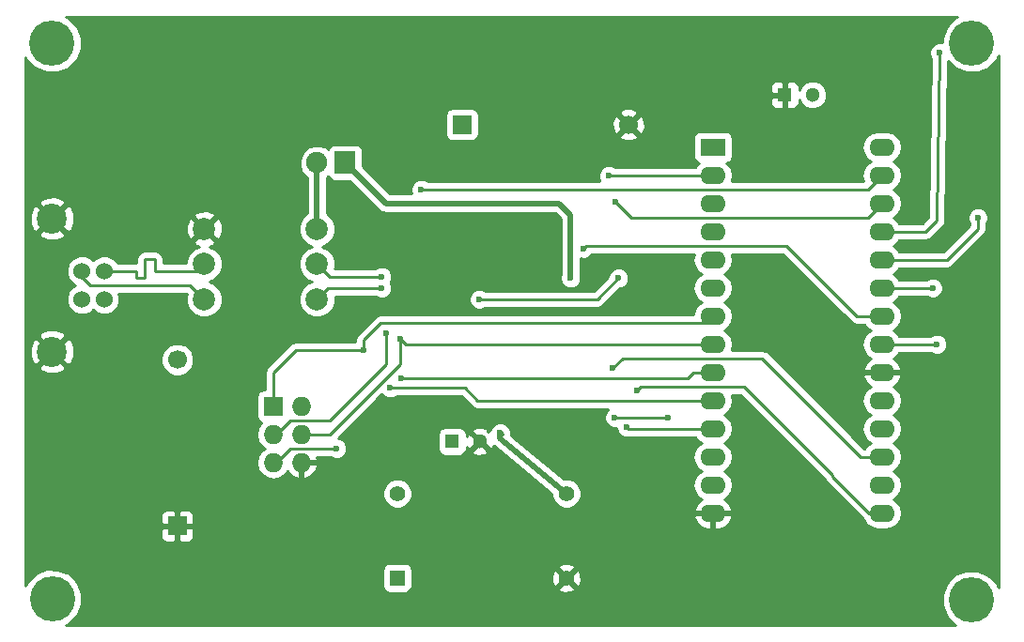
<source format=gbr>
G04 #@! TF.FileFunction,Copper,L2,Bot,Signal*
%FSLAX46Y46*%
G04 Gerber Fmt 4.6, Leading zero omitted, Abs format (unit mm)*
G04 Created by KiCad (PCBNEW (2015-07-24 BZR 5991)-product) date Tuesday, July 28, 2015 'PMt' 09:28:55 PM*
%MOMM*%
G01*
G04 APERTURE LIST*
%ADD10C,0.100000*%
%ADD11C,4.064000*%
%ADD12R,1.900000X2.000000*%
%ADD13C,1.900000*%
%ADD14R,1.727200X1.727200*%
%ADD15O,1.727200X1.727200*%
%ADD16R,2.286000X1.574800*%
%ADD17O,2.286000X1.574800*%
%ADD18R,1.700000X1.700000*%
%ADD19C,1.700000*%
%ADD20R,1.300000X1.300000*%
%ADD21C,1.300000*%
%ADD22C,1.998980*%
%ADD23R,1.397000X1.397000*%
%ADD24C,1.397000*%
%ADD25C,1.524000*%
%ADD26C,2.700020*%
%ADD27C,0.600000*%
%ADD28C,0.500000*%
%ADD29C,0.250000*%
%ADD30C,0.254000*%
G04 APERTURE END LIST*
D10*
D11*
X109575600Y-81026000D03*
X192481200Y-81026000D03*
X192481200Y-131267200D03*
D12*
X136017000Y-91821000D03*
D13*
X133477000Y-91821000D03*
D14*
X129540000Y-113792000D03*
D15*
X132080000Y-113792000D03*
X129540000Y-116332000D03*
X132080000Y-116332000D03*
X129540000Y-118872000D03*
X132080000Y-118872000D03*
D16*
X169164000Y-90424000D03*
D17*
X169164000Y-92964000D03*
X169164000Y-95504000D03*
X169164000Y-98044000D03*
X169164000Y-100584000D03*
X169164000Y-103124000D03*
X169164000Y-105664000D03*
X169164000Y-108204000D03*
X169164000Y-110744000D03*
X169164000Y-113284000D03*
X169164000Y-115824000D03*
X169164000Y-118364000D03*
X169164000Y-120904000D03*
X169164000Y-123444000D03*
X184404000Y-123444000D03*
X184404000Y-120904000D03*
X184404000Y-118364000D03*
X184404000Y-115824000D03*
X184404000Y-113284000D03*
X184404000Y-110744000D03*
X184404000Y-108204000D03*
X184404000Y-105664000D03*
X184404000Y-103124000D03*
X184404000Y-100584000D03*
X184404000Y-98044000D03*
X184404000Y-95504000D03*
X184404000Y-92964000D03*
X184404000Y-90424000D03*
D18*
X120904000Y-124587000D03*
D19*
X120904000Y-109587000D03*
D18*
X146558000Y-88392000D03*
D19*
X161558000Y-88392000D03*
D20*
X145669000Y-116967000D03*
D21*
X148169000Y-116967000D03*
D20*
X175641000Y-85725000D03*
D21*
X178141000Y-85725000D03*
D22*
X133477000Y-104140000D03*
X123317000Y-104140000D03*
X133477000Y-100965000D03*
X123317000Y-100965000D03*
X123317000Y-97790000D03*
X133477000Y-97790000D03*
D23*
X140716000Y-129286000D03*
D24*
X155956000Y-129286000D03*
X155956000Y-121666000D03*
X140716000Y-121666000D03*
D11*
X109626400Y-131165600D03*
D25*
X114300000Y-101600000D03*
X114300000Y-104140000D03*
X112301020Y-104140000D03*
X112301020Y-101600000D03*
D26*
X109601000Y-96870520D03*
X109601000Y-108869480D03*
D27*
X147574000Y-114808000D03*
X141097000Y-103886000D03*
X152019000Y-97028000D03*
X145669000Y-96901000D03*
X156337000Y-102235000D03*
X137668000Y-108712000D03*
X141097000Y-111252000D03*
X139700000Y-107188000D03*
X140970000Y-107696000D03*
X135255000Y-117602000D03*
X139319000Y-103124000D03*
X139319000Y-102108000D03*
X142875000Y-94234000D03*
X140081000Y-112141000D03*
X160655000Y-102235000D03*
X148082000Y-104140000D03*
X149987000Y-116205000D03*
X161417000Y-115697000D03*
X165100000Y-114808000D03*
X160274000Y-114808000D03*
X162306000Y-112395000D03*
X160147000Y-110363000D03*
X157480000Y-99568000D03*
X160401000Y-95377000D03*
X159766000Y-92964000D03*
X188976000Y-103124000D03*
X189357000Y-108204000D03*
X193040000Y-96774000D03*
X189611000Y-81915000D03*
D28*
X156337000Y-96901000D02*
X156337000Y-96520000D01*
X156337000Y-102235000D02*
X156337000Y-96901000D01*
X139700000Y-95504000D02*
X136017000Y-91821000D01*
X155321000Y-95504000D02*
X139700000Y-95504000D01*
X156337000Y-96520000D02*
X155321000Y-95504000D01*
X133477000Y-91821000D02*
X133477000Y-97790000D01*
X133477000Y-91821000D02*
X133477000Y-91955000D01*
D29*
X169037000Y-106299000D02*
X139192000Y-106299000D01*
X137668000Y-107823000D02*
X137668000Y-108712000D01*
X139192000Y-106299000D02*
X137668000Y-107823000D01*
X131572000Y-108712000D02*
X137668000Y-108712000D01*
X129540000Y-113792000D02*
X129540000Y-110744000D01*
X129540000Y-110744000D02*
X131572000Y-108712000D01*
X169164000Y-110744000D02*
X167386000Y-110744000D01*
X166878000Y-111252000D02*
X141097000Y-111252000D01*
X167386000Y-110744000D02*
X166878000Y-111252000D01*
X129540000Y-116332000D02*
X129794000Y-116332000D01*
X129794000Y-116332000D02*
X131064000Y-115062000D01*
X131064000Y-115062000D02*
X134620000Y-115062000D01*
X134620000Y-115062000D02*
X139700000Y-109982000D01*
X139700000Y-109982000D02*
X139700000Y-107188000D01*
X169164000Y-108204000D02*
X141478000Y-108204000D01*
X141478000Y-108204000D02*
X140970000Y-107696000D01*
X140970000Y-109982000D02*
X140970000Y-107696000D01*
X134620000Y-116332000D02*
X140970000Y-109982000D01*
X132080000Y-116332000D02*
X134620000Y-116332000D01*
X131064000Y-117602000D02*
X129794000Y-118872000D01*
X135255000Y-117602000D02*
X131064000Y-117602000D01*
X129540000Y-118872000D02*
X129794000Y-118872000D01*
X114300000Y-101600000D02*
X117221000Y-101600000D01*
X122174000Y-101600000D02*
X122682000Y-101600000D01*
X118872000Y-101600000D02*
X122174000Y-101600000D01*
X118872000Y-100520500D02*
X118872000Y-101600000D01*
X117983000Y-100520500D02*
X118872000Y-100520500D01*
X117983000Y-102235000D02*
X117983000Y-100520500D01*
X117221000Y-102235000D02*
X117983000Y-102235000D01*
X117221000Y-101600000D02*
X117221000Y-102235000D01*
X122682000Y-101600000D02*
X123317000Y-100965000D01*
X113030000Y-102870000D02*
X122047000Y-102870000D01*
X112301020Y-102141020D02*
X113030000Y-102870000D01*
X122047000Y-102870000D02*
X123317000Y-104140000D01*
X112301020Y-101600000D02*
X112301020Y-102141020D01*
X133477000Y-104140000D02*
X134493000Y-103124000D01*
X134493000Y-103124000D02*
X139319000Y-103124000D01*
X133477000Y-100965000D02*
X134620000Y-102108000D01*
X134620000Y-102108000D02*
X139319000Y-102108000D01*
X142875000Y-94234000D02*
X149225000Y-94234000D01*
X149225000Y-94234000D02*
X183134000Y-94234000D01*
X184404000Y-92964000D02*
X183134000Y-94234000D01*
X169164000Y-113284000D02*
X147955000Y-113284000D01*
X146812000Y-112141000D02*
X140081000Y-112141000D01*
X147955000Y-113284000D02*
X146812000Y-112141000D01*
X158750000Y-104140000D02*
X160655000Y-102235000D01*
X148082000Y-104140000D02*
X158496000Y-104140000D01*
X158496000Y-104140000D02*
X158750000Y-104140000D01*
D28*
X149987000Y-116205000D02*
X149987000Y-116713000D01*
X149987000Y-116713000D02*
X155956000Y-121666000D01*
X149987000Y-116205000D02*
X150114000Y-116332000D01*
D29*
X161417000Y-115697000D02*
X161544000Y-115824000D01*
X161544000Y-115824000D02*
X169164000Y-115824000D01*
X160274000Y-114808000D02*
X165100000Y-114808000D01*
X183261000Y-123444000D02*
X184404000Y-123444000D01*
X179959000Y-120142000D02*
X183261000Y-123444000D01*
X179959000Y-120015000D02*
X179959000Y-120142000D01*
X171958000Y-112014000D02*
X179959000Y-120015000D01*
X162687000Y-112014000D02*
X171958000Y-112014000D01*
X162306000Y-112395000D02*
X162687000Y-112014000D01*
X182499000Y-118364000D02*
X184404000Y-118364000D01*
X173609000Y-109474000D02*
X182499000Y-118364000D01*
X161036000Y-109474000D02*
X173609000Y-109474000D01*
X160147000Y-110363000D02*
X161036000Y-109474000D01*
X182118000Y-105664000D02*
X184404000Y-105664000D01*
X175768000Y-99314000D02*
X182118000Y-105664000D01*
X157734000Y-99314000D02*
X175768000Y-99314000D01*
X157480000Y-99568000D02*
X157734000Y-99314000D01*
X183134000Y-96774000D02*
X184404000Y-95504000D01*
X161798000Y-96774000D02*
X183134000Y-96774000D01*
X160401000Y-95377000D02*
X161798000Y-96774000D01*
X159766000Y-92964000D02*
X169164000Y-92964000D01*
X188976000Y-103124000D02*
X184404000Y-103124000D01*
X189357000Y-108204000D02*
X184404000Y-108204000D01*
X193040000Y-97790000D02*
X193040000Y-96774000D01*
X190246000Y-100584000D02*
X193040000Y-97790000D01*
X190246000Y-100584000D02*
X184404000Y-100584000D01*
X184404000Y-98044000D02*
X188341000Y-98044000D01*
X189357000Y-97028000D02*
X189611000Y-81915000D01*
X188341000Y-98044000D02*
X189357000Y-97028000D01*
D30*
G36*
X190972439Y-78763709D02*
X190221545Y-79513293D01*
X189814664Y-80493173D01*
X189814233Y-80986986D01*
X189797799Y-80980162D01*
X189425833Y-80979838D01*
X189082057Y-81121883D01*
X188818808Y-81384673D01*
X188676162Y-81728201D01*
X188675838Y-82100167D01*
X188817883Y-82443943D01*
X188841603Y-82467705D01*
X188602272Y-96707926D01*
X188026198Y-97284000D01*
X185964453Y-97284000D01*
X185800222Y-97038211D01*
X185404801Y-96774000D01*
X185800222Y-96509789D01*
X186108559Y-96048329D01*
X186216833Y-95504000D01*
X186108559Y-94959671D01*
X185800222Y-94498211D01*
X185404801Y-94234000D01*
X185800222Y-93969789D01*
X186108559Y-93508329D01*
X186216833Y-92964000D01*
X186108559Y-92419671D01*
X185800222Y-91958211D01*
X185404801Y-91694000D01*
X185800222Y-91429789D01*
X186108559Y-90968329D01*
X186216833Y-90424000D01*
X186108559Y-89879671D01*
X185800222Y-89418211D01*
X185338762Y-89109874D01*
X184794433Y-89001600D01*
X184013567Y-89001600D01*
X183469238Y-89109874D01*
X183007778Y-89418211D01*
X182699441Y-89879671D01*
X182591167Y-90424000D01*
X182699441Y-90968329D01*
X183007778Y-91429789D01*
X183403199Y-91694000D01*
X183007778Y-91958211D01*
X182699441Y-92419671D01*
X182591167Y-92964000D01*
X182692613Y-93474000D01*
X170875387Y-93474000D01*
X170976833Y-92964000D01*
X170868559Y-92419671D01*
X170560222Y-91958211D01*
X170387986Y-91843127D01*
X170549123Y-91811863D01*
X170761927Y-91672073D01*
X170904377Y-91461040D01*
X170954440Y-91211400D01*
X170954440Y-89636600D01*
X170907463Y-89394477D01*
X170767673Y-89181673D01*
X170556640Y-89039223D01*
X170307000Y-88989160D01*
X168021000Y-88989160D01*
X167778877Y-89036137D01*
X167566073Y-89175927D01*
X167423623Y-89386960D01*
X167373560Y-89636600D01*
X167373560Y-91211400D01*
X167420537Y-91453523D01*
X167560327Y-91666327D01*
X167771360Y-91808777D01*
X167940622Y-91842721D01*
X167767778Y-91958211D01*
X167603547Y-92204000D01*
X160328463Y-92204000D01*
X160296327Y-92171808D01*
X159952799Y-92029162D01*
X159580833Y-92028838D01*
X159237057Y-92170883D01*
X158973808Y-92433673D01*
X158831162Y-92777201D01*
X158830838Y-93149167D01*
X158965056Y-93474000D01*
X143437463Y-93474000D01*
X143405327Y-93441808D01*
X143061799Y-93299162D01*
X142689833Y-93298838D01*
X142346057Y-93440883D01*
X142082808Y-93703673D01*
X141940162Y-94047201D01*
X141939838Y-94419167D01*
X142022407Y-94619000D01*
X140066579Y-94619000D01*
X137614440Y-92166860D01*
X137614440Y-90821000D01*
X137567463Y-90578877D01*
X137427673Y-90366073D01*
X137216640Y-90223623D01*
X136967000Y-90173560D01*
X135067000Y-90173560D01*
X134824877Y-90220537D01*
X134612073Y-90360327D01*
X134469623Y-90571360D01*
X134469538Y-90571784D01*
X134376003Y-90478086D01*
X133793659Y-90236276D01*
X133163107Y-90235725D01*
X132580343Y-90476519D01*
X132134086Y-90921997D01*
X131892276Y-91504341D01*
X131891725Y-92134893D01*
X132132519Y-92717657D01*
X132577997Y-93163914D01*
X132592000Y-93169729D01*
X132592000Y-96387153D01*
X132552345Y-96403538D01*
X132092154Y-96862927D01*
X131842794Y-97463453D01*
X131842226Y-98113694D01*
X132090538Y-98714655D01*
X132549927Y-99174846D01*
X133038432Y-99377691D01*
X132552345Y-99578538D01*
X132092154Y-100037927D01*
X131842794Y-100638453D01*
X131842226Y-101288694D01*
X132090538Y-101889655D01*
X132549927Y-102349846D01*
X133038432Y-102552691D01*
X132552345Y-102753538D01*
X132092154Y-103212927D01*
X131842794Y-103813453D01*
X131842226Y-104463694D01*
X132090538Y-105064655D01*
X132549927Y-105524846D01*
X133150453Y-105774206D01*
X133800694Y-105774774D01*
X134401655Y-105526462D01*
X134861846Y-105067073D01*
X135111206Y-104466547D01*
X135111329Y-104325167D01*
X147146838Y-104325167D01*
X147288883Y-104668943D01*
X147551673Y-104932192D01*
X147895201Y-105074838D01*
X148267167Y-105075162D01*
X148610943Y-104933117D01*
X148644118Y-104900000D01*
X158750000Y-104900000D01*
X159040839Y-104842148D01*
X159287401Y-104677401D01*
X160794680Y-103170122D01*
X160840167Y-103170162D01*
X161183943Y-103028117D01*
X161447192Y-102765327D01*
X161589838Y-102421799D01*
X161590162Y-102049833D01*
X161448117Y-101706057D01*
X161185327Y-101442808D01*
X160841799Y-101300162D01*
X160469833Y-101299838D01*
X160126057Y-101441883D01*
X159862808Y-101704673D01*
X159720162Y-102048201D01*
X159720121Y-102095077D01*
X158435198Y-103380000D01*
X148644463Y-103380000D01*
X148612327Y-103347808D01*
X148268799Y-103205162D01*
X147896833Y-103204838D01*
X147553057Y-103346883D01*
X147289808Y-103609673D01*
X147147162Y-103953201D01*
X147146838Y-104325167D01*
X135111329Y-104325167D01*
X135111715Y-103884000D01*
X138756537Y-103884000D01*
X138788673Y-103916192D01*
X139132201Y-104058838D01*
X139504167Y-104059162D01*
X139847943Y-103917117D01*
X140111192Y-103654327D01*
X140253838Y-103310799D01*
X140254162Y-102938833D01*
X140120617Y-102615629D01*
X140253838Y-102294799D01*
X140254162Y-101922833D01*
X140112117Y-101579057D01*
X139849327Y-101315808D01*
X139505799Y-101173162D01*
X139133833Y-101172838D01*
X138790057Y-101314883D01*
X138756882Y-101348000D01*
X135087765Y-101348000D01*
X135111206Y-101291547D01*
X135111774Y-100641306D01*
X134863462Y-100040345D01*
X134404073Y-99580154D01*
X133915568Y-99377309D01*
X134401655Y-99176462D01*
X134861846Y-98717073D01*
X135111206Y-98116547D01*
X135111774Y-97466306D01*
X134863462Y-96865345D01*
X134404073Y-96405154D01*
X134362000Y-96387684D01*
X134362000Y-93170298D01*
X134373657Y-93165481D01*
X134470362Y-93068945D01*
X134606327Y-93275927D01*
X134817360Y-93418377D01*
X135067000Y-93468440D01*
X136412860Y-93468440D01*
X139074208Y-96129787D01*
X139074210Y-96129790D01*
X139151340Y-96181326D01*
X139361326Y-96321634D01*
X139700000Y-96389001D01*
X139700005Y-96389000D01*
X154954420Y-96389000D01*
X155452000Y-96886579D01*
X155452000Y-101928178D01*
X155402162Y-102048201D01*
X155401838Y-102420167D01*
X155543883Y-102763943D01*
X155806673Y-103027192D01*
X156150201Y-103169838D01*
X156522167Y-103170162D01*
X156865943Y-103028117D01*
X157129192Y-102765327D01*
X157271838Y-102421799D01*
X157272162Y-102049833D01*
X157222000Y-101928431D01*
X157222000Y-100473273D01*
X157293201Y-100502838D01*
X157665167Y-100503162D01*
X158008943Y-100361117D01*
X158272192Y-100098327D01*
X158282294Y-100074000D01*
X167452613Y-100074000D01*
X167351167Y-100584000D01*
X167459441Y-101128329D01*
X167767778Y-101589789D01*
X168163199Y-101854000D01*
X167767778Y-102118211D01*
X167459441Y-102579671D01*
X167351167Y-103124000D01*
X167459441Y-103668329D01*
X167767778Y-104129789D01*
X168163199Y-104394000D01*
X167767778Y-104658211D01*
X167459441Y-105119671D01*
X167376031Y-105539000D01*
X139192000Y-105539000D01*
X138949414Y-105587254D01*
X138901160Y-105596852D01*
X138654599Y-105761599D01*
X137130599Y-107285599D01*
X136965852Y-107532161D01*
X136908000Y-107823000D01*
X136908000Y-107952000D01*
X131572000Y-107952000D01*
X131281161Y-108009852D01*
X131034599Y-108174599D01*
X129002599Y-110206599D01*
X128837852Y-110453161D01*
X128780000Y-110744000D01*
X128780000Y-112280960D01*
X128676400Y-112280960D01*
X128434277Y-112327937D01*
X128221473Y-112467727D01*
X128079023Y-112678760D01*
X128028960Y-112928400D01*
X128028960Y-114655600D01*
X128075937Y-114897723D01*
X128215727Y-115110527D01*
X128426760Y-115252977D01*
X128467660Y-115261179D01*
X128450971Y-115272330D01*
X128126115Y-115758511D01*
X128012041Y-116332000D01*
X128126115Y-116905489D01*
X128450971Y-117391670D01*
X128765752Y-117602000D01*
X128450971Y-117812330D01*
X128126115Y-118298511D01*
X128012041Y-118872000D01*
X128126115Y-119445489D01*
X128450971Y-119931670D01*
X128937152Y-120256526D01*
X129510641Y-120370600D01*
X129569359Y-120370600D01*
X130142848Y-120256526D01*
X130629029Y-119931670D01*
X130809992Y-119660839D01*
X131191510Y-120078821D01*
X131720973Y-120326968D01*
X131953000Y-120206469D01*
X131953000Y-118999000D01*
X132207000Y-118999000D01*
X132207000Y-120206469D01*
X132439027Y-120326968D01*
X132968490Y-120078821D01*
X133362688Y-119646947D01*
X133534958Y-119231026D01*
X133413817Y-118999000D01*
X132207000Y-118999000D01*
X131953000Y-118999000D01*
X131953000Y-118999000D01*
X131933000Y-118999000D01*
X131933000Y-118745000D01*
X131953000Y-118745000D01*
X131953000Y-118725000D01*
X132207000Y-118725000D01*
X132207000Y-118745000D01*
X133413817Y-118745000D01*
X133534958Y-118512974D01*
X133472426Y-118362000D01*
X134692537Y-118362000D01*
X134724673Y-118394192D01*
X135068201Y-118536838D01*
X135440167Y-118537162D01*
X135783943Y-118395117D01*
X136047192Y-118132327D01*
X136189838Y-117788799D01*
X136190162Y-117416833D01*
X136048117Y-117073057D01*
X135785327Y-116809808D01*
X135441799Y-116667162D01*
X135359712Y-116667090D01*
X135709802Y-116317000D01*
X144371560Y-116317000D01*
X144371560Y-117617000D01*
X144418537Y-117859123D01*
X144558327Y-118071927D01*
X144769360Y-118214377D01*
X145019000Y-118264440D01*
X146319000Y-118264440D01*
X146561123Y-118217463D01*
X146773927Y-118077673D01*
X146916377Y-117866640D01*
X146916502Y-117866016D01*
X147449590Y-117866016D01*
X147505271Y-118096611D01*
X147988078Y-118264622D01*
X148498428Y-118235083D01*
X148832729Y-118096611D01*
X148888410Y-117866016D01*
X148169000Y-117146605D01*
X147449590Y-117866016D01*
X146916502Y-117866016D01*
X146966440Y-117617000D01*
X146966440Y-117454615D01*
X147039389Y-117630729D01*
X147269984Y-117686410D01*
X147989395Y-116967000D01*
X147269984Y-116247590D01*
X147039389Y-116303271D01*
X146966440Y-116512902D01*
X146966440Y-116317000D01*
X146919463Y-116074877D01*
X146914936Y-116067984D01*
X147449590Y-116067984D01*
X148169000Y-116787395D01*
X148183142Y-116773252D01*
X148362748Y-116952858D01*
X148348605Y-116967000D01*
X149068016Y-117686410D01*
X149298611Y-117630729D01*
X149392846Y-117359929D01*
X149395714Y-117361845D01*
X149421863Y-117394062D01*
X154622462Y-121709452D01*
X154622269Y-121930086D01*
X154824854Y-122420380D01*
X155199647Y-122795827D01*
X155689587Y-122999268D01*
X156220086Y-122999731D01*
X156710380Y-122797146D01*
X157085827Y-122422353D01*
X157289268Y-121932413D01*
X157289731Y-121401914D01*
X157087146Y-120911620D01*
X156712353Y-120536173D01*
X156222413Y-120332732D01*
X155734631Y-120332306D01*
X150986923Y-116392718D01*
X150999001Y-116332000D01*
X150931633Y-115993325D01*
X150878114Y-115913228D01*
X150780117Y-115676057D01*
X150517327Y-115412808D01*
X150173799Y-115270162D01*
X149801833Y-115269838D01*
X149458057Y-115411883D01*
X149194808Y-115674673D01*
X149057263Y-116005915D01*
X149003870Y-115952522D01*
X148888410Y-116067982D01*
X148832729Y-115837389D01*
X148349922Y-115669378D01*
X147839572Y-115698917D01*
X147505271Y-115837389D01*
X147449590Y-116067984D01*
X146914936Y-116067984D01*
X146779673Y-115862073D01*
X146568640Y-115719623D01*
X146319000Y-115669560D01*
X145019000Y-115669560D01*
X144776877Y-115716537D01*
X144564073Y-115856327D01*
X144421623Y-116067360D01*
X144371560Y-116317000D01*
X135709802Y-116317000D01*
X139322341Y-112704461D01*
X139550673Y-112933192D01*
X139894201Y-113075838D01*
X140266167Y-113076162D01*
X140609943Y-112934117D01*
X140643118Y-112901000D01*
X146497198Y-112901000D01*
X147417599Y-113821401D01*
X147664161Y-113986148D01*
X147955000Y-114044000D01*
X159715889Y-114044000D01*
X159481808Y-114277673D01*
X159339162Y-114621201D01*
X159338838Y-114993167D01*
X159480883Y-115336943D01*
X159743673Y-115600192D01*
X160087201Y-115742838D01*
X160459167Y-115743162D01*
X160481967Y-115733741D01*
X160481838Y-115882167D01*
X160623883Y-116225943D01*
X160886673Y-116489192D01*
X161230201Y-116631838D01*
X161602167Y-116632162D01*
X161718728Y-116584000D01*
X167603547Y-116584000D01*
X167767778Y-116829789D01*
X168163199Y-117094000D01*
X167767778Y-117358211D01*
X167459441Y-117819671D01*
X167351167Y-118364000D01*
X167459441Y-118908329D01*
X167767778Y-119369789D01*
X168163199Y-119634000D01*
X167767778Y-119898211D01*
X167459441Y-120359671D01*
X167351167Y-120904000D01*
X167459441Y-121448329D01*
X167767778Y-121909789D01*
X168162830Y-122173754D01*
X168146738Y-122178475D01*
X167712809Y-122528014D01*
X167445673Y-123017004D01*
X167428990Y-123096940D01*
X167551148Y-123317000D01*
X169037000Y-123317000D01*
X169037000Y-123297000D01*
X169291000Y-123297000D01*
X169291000Y-123317000D01*
X170776852Y-123317000D01*
X170899010Y-123096940D01*
X170882327Y-123017004D01*
X170615191Y-122528014D01*
X170181262Y-122178475D01*
X170165170Y-122173754D01*
X170560222Y-121909789D01*
X170868559Y-121448329D01*
X170976833Y-120904000D01*
X170868559Y-120359671D01*
X170560222Y-119898211D01*
X170164801Y-119634000D01*
X170560222Y-119369789D01*
X170868559Y-118908329D01*
X170976833Y-118364000D01*
X170868559Y-117819671D01*
X170560222Y-117358211D01*
X170164801Y-117094000D01*
X170560222Y-116829789D01*
X170868559Y-116368329D01*
X170976833Y-115824000D01*
X170868559Y-115279671D01*
X170560222Y-114818211D01*
X170164801Y-114554000D01*
X170560222Y-114289789D01*
X170868559Y-113828329D01*
X170976833Y-113284000D01*
X170875387Y-112774000D01*
X171643198Y-112774000D01*
X179245632Y-120376434D01*
X179256852Y-120432839D01*
X179421599Y-120679401D01*
X182691722Y-123949524D01*
X182699441Y-123988329D01*
X183007778Y-124449789D01*
X183469238Y-124758126D01*
X184013567Y-124866400D01*
X184794433Y-124866400D01*
X185338762Y-124758126D01*
X185800222Y-124449789D01*
X186108559Y-123988329D01*
X186216833Y-123444000D01*
X186108559Y-122899671D01*
X185800222Y-122438211D01*
X185404801Y-122174000D01*
X185800222Y-121909789D01*
X186108559Y-121448329D01*
X186216833Y-120904000D01*
X186108559Y-120359671D01*
X185800222Y-119898211D01*
X185404801Y-119634000D01*
X185800222Y-119369789D01*
X186108559Y-118908329D01*
X186216833Y-118364000D01*
X186108559Y-117819671D01*
X185800222Y-117358211D01*
X185404801Y-117094000D01*
X185800222Y-116829789D01*
X186108559Y-116368329D01*
X186216833Y-115824000D01*
X186108559Y-115279671D01*
X185800222Y-114818211D01*
X185404801Y-114554000D01*
X185800222Y-114289789D01*
X186108559Y-113828329D01*
X186216833Y-113284000D01*
X186108559Y-112739671D01*
X185800222Y-112278211D01*
X185405170Y-112014246D01*
X185421262Y-112009525D01*
X185855191Y-111659986D01*
X186122327Y-111170996D01*
X186139010Y-111091060D01*
X186016852Y-110871000D01*
X184531000Y-110871000D01*
X184531000Y-110891000D01*
X184277000Y-110891000D01*
X184277000Y-110871000D01*
X182791148Y-110871000D01*
X182668990Y-111091060D01*
X182685673Y-111170996D01*
X182952809Y-111659986D01*
X183386738Y-112009525D01*
X183402830Y-112014246D01*
X183007778Y-112278211D01*
X182699441Y-112739671D01*
X182591167Y-113284000D01*
X182699441Y-113828329D01*
X183007778Y-114289789D01*
X183403199Y-114554000D01*
X183007778Y-114818211D01*
X182699441Y-115279671D01*
X182591167Y-115824000D01*
X182699441Y-116368329D01*
X183007778Y-116829789D01*
X183403199Y-117094000D01*
X183007778Y-117358211D01*
X182843547Y-117604000D01*
X182813802Y-117604000D01*
X174146401Y-108936599D01*
X173899839Y-108771852D01*
X173609000Y-108714000D01*
X170875387Y-108714000D01*
X170976833Y-108204000D01*
X170868559Y-107659671D01*
X170560222Y-107198211D01*
X170164801Y-106934000D01*
X170560222Y-106669789D01*
X170868559Y-106208329D01*
X170976833Y-105664000D01*
X170868559Y-105119671D01*
X170560222Y-104658211D01*
X170164801Y-104394000D01*
X170560222Y-104129789D01*
X170868559Y-103668329D01*
X170976833Y-103124000D01*
X170868559Y-102579671D01*
X170560222Y-102118211D01*
X170164801Y-101854000D01*
X170560222Y-101589789D01*
X170868559Y-101128329D01*
X170976833Y-100584000D01*
X170875387Y-100074000D01*
X175453198Y-100074000D01*
X181580599Y-106201401D01*
X181827161Y-106366148D01*
X182118000Y-106424000D01*
X182843547Y-106424000D01*
X183007778Y-106669789D01*
X183403199Y-106934000D01*
X183007778Y-107198211D01*
X182699441Y-107659671D01*
X182591167Y-108204000D01*
X182699441Y-108748329D01*
X183007778Y-109209789D01*
X183402830Y-109473754D01*
X183386738Y-109478475D01*
X182952809Y-109828014D01*
X182685673Y-110317004D01*
X182668990Y-110396940D01*
X182791148Y-110617000D01*
X184277000Y-110617000D01*
X184277000Y-110597000D01*
X184531000Y-110597000D01*
X184531000Y-110617000D01*
X186016852Y-110617000D01*
X186139010Y-110396940D01*
X186122327Y-110317004D01*
X185855191Y-109828014D01*
X185421262Y-109478475D01*
X185405170Y-109473754D01*
X185800222Y-109209789D01*
X185964453Y-108964000D01*
X188794537Y-108964000D01*
X188826673Y-108996192D01*
X189170201Y-109138838D01*
X189542167Y-109139162D01*
X189885943Y-108997117D01*
X190149192Y-108734327D01*
X190291838Y-108390799D01*
X190292162Y-108018833D01*
X190150117Y-107675057D01*
X189887327Y-107411808D01*
X189543799Y-107269162D01*
X189171833Y-107268838D01*
X188828057Y-107410883D01*
X188794882Y-107444000D01*
X185964453Y-107444000D01*
X185800222Y-107198211D01*
X185404801Y-106934000D01*
X185800222Y-106669789D01*
X186108559Y-106208329D01*
X186216833Y-105664000D01*
X186108559Y-105119671D01*
X185800222Y-104658211D01*
X185404801Y-104394000D01*
X185800222Y-104129789D01*
X185964453Y-103884000D01*
X188413537Y-103884000D01*
X188445673Y-103916192D01*
X188789201Y-104058838D01*
X189161167Y-104059162D01*
X189504943Y-103917117D01*
X189768192Y-103654327D01*
X189910838Y-103310799D01*
X189911162Y-102938833D01*
X189769117Y-102595057D01*
X189506327Y-102331808D01*
X189162799Y-102189162D01*
X188790833Y-102188838D01*
X188447057Y-102330883D01*
X188413882Y-102364000D01*
X185964453Y-102364000D01*
X185800222Y-102118211D01*
X185404801Y-101854000D01*
X185800222Y-101589789D01*
X185964453Y-101344000D01*
X190246000Y-101344000D01*
X190536839Y-101286148D01*
X190783401Y-101121401D01*
X193577401Y-98327401D01*
X193742148Y-98080839D01*
X193800000Y-97790000D01*
X193800000Y-97336463D01*
X193832192Y-97304327D01*
X193974838Y-96960799D01*
X193975162Y-96588833D01*
X193833117Y-96245057D01*
X193570327Y-95981808D01*
X193226799Y-95839162D01*
X192854833Y-95838838D01*
X192511057Y-95980883D01*
X192247808Y-96243673D01*
X192105162Y-96587201D01*
X192104838Y-96959167D01*
X192246883Y-97302943D01*
X192280000Y-97336118D01*
X192280000Y-97475198D01*
X189931198Y-99824000D01*
X185964453Y-99824000D01*
X185800222Y-99578211D01*
X185404801Y-99314000D01*
X185800222Y-99049789D01*
X185964453Y-98804000D01*
X188341000Y-98804000D01*
X188631839Y-98746148D01*
X188878401Y-98581401D01*
X189894401Y-97565401D01*
X189973307Y-97447310D01*
X190054161Y-97330597D01*
X190055536Y-97324245D01*
X190059148Y-97318839D01*
X190086853Y-97179557D01*
X190116893Y-97040771D01*
X190358344Y-82674440D01*
X190968493Y-83285655D01*
X191948373Y-83692536D01*
X193009372Y-83693462D01*
X193989961Y-83288291D01*
X194740855Y-82538707D01*
X194895000Y-82167484D01*
X194895000Y-130125119D01*
X194743491Y-129758439D01*
X193993907Y-129007545D01*
X193014027Y-128600664D01*
X191953028Y-128599738D01*
X190972439Y-129004909D01*
X190221545Y-129754493D01*
X189814664Y-130734373D01*
X189813738Y-131795372D01*
X190218909Y-132775961D01*
X190968493Y-133526855D01*
X191033866Y-133554000D01*
X110829954Y-133554000D01*
X111135161Y-133427891D01*
X111886055Y-132678307D01*
X112292936Y-131698427D01*
X112293862Y-130637428D01*
X111888691Y-129656839D01*
X111139107Y-128905945D01*
X110372205Y-128587500D01*
X139370060Y-128587500D01*
X139370060Y-129984500D01*
X139417037Y-130226623D01*
X139556827Y-130439427D01*
X139767860Y-130581877D01*
X140017500Y-130631940D01*
X141414500Y-130631940D01*
X141656623Y-130584963D01*
X141869427Y-130445173D01*
X142011877Y-130234140D01*
X142014674Y-130220188D01*
X155201417Y-130220188D01*
X155263071Y-130455800D01*
X155763480Y-130631927D01*
X156293199Y-130603148D01*
X156648929Y-130455800D01*
X156710583Y-130220188D01*
X155956000Y-129465605D01*
X155201417Y-130220188D01*
X142014674Y-130220188D01*
X142061940Y-129984500D01*
X142061940Y-129093480D01*
X154610073Y-129093480D01*
X154638852Y-129623199D01*
X154786200Y-129978929D01*
X155021812Y-130040583D01*
X155776395Y-129286000D01*
X156135605Y-129286000D01*
X156890188Y-130040583D01*
X157125800Y-129978929D01*
X157301927Y-129478520D01*
X157273148Y-128948801D01*
X157125800Y-128593071D01*
X156890188Y-128531417D01*
X156135605Y-129286000D01*
X155776395Y-129286000D01*
X155776395Y-129286000D01*
X155021812Y-128531417D01*
X154786200Y-128593071D01*
X154610073Y-129093480D01*
X142061940Y-129093480D01*
X142061940Y-128587500D01*
X142016212Y-128351812D01*
X155201417Y-128351812D01*
X155956000Y-129106395D01*
X156710583Y-128351812D01*
X156648929Y-128116200D01*
X156148520Y-127940073D01*
X155618801Y-127968852D01*
X155263071Y-128116200D01*
X155201417Y-128351812D01*
X142016212Y-128351812D01*
X142014963Y-128345377D01*
X141875173Y-128132573D01*
X141664140Y-127990123D01*
X141414500Y-127940060D01*
X140017500Y-127940060D01*
X139775377Y-127987037D01*
X139562573Y-128126827D01*
X139420123Y-128337860D01*
X139370060Y-128587500D01*
X110372205Y-128587500D01*
X110159227Y-128499064D01*
X109098228Y-128498138D01*
X108117639Y-128903309D01*
X107366745Y-129652893D01*
X107238000Y-129962946D01*
X107238000Y-124872750D01*
X119419000Y-124872750D01*
X119419000Y-125563309D01*
X119515673Y-125796698D01*
X119694301Y-125975327D01*
X119927690Y-126072000D01*
X120618250Y-126072000D01*
X120777000Y-125913250D01*
X120777000Y-124714000D01*
X121031000Y-124714000D01*
X121031000Y-125913250D01*
X121189750Y-126072000D01*
X121880310Y-126072000D01*
X122113699Y-125975327D01*
X122292327Y-125796698D01*
X122389000Y-125563309D01*
X122389000Y-124872750D01*
X122230250Y-124714000D01*
X121031000Y-124714000D01*
X120777000Y-124714000D01*
X120777000Y-124714000D01*
X119577750Y-124714000D01*
X119419000Y-124872750D01*
X107238000Y-124872750D01*
X107238000Y-123610691D01*
X119419000Y-123610691D01*
X119419000Y-124301250D01*
X119577750Y-124460000D01*
X120777000Y-124460000D01*
X120777000Y-123260750D01*
X121031000Y-123260750D01*
X121031000Y-124460000D01*
X122230250Y-124460000D01*
X122389000Y-124301250D01*
X122389000Y-123791060D01*
X167428990Y-123791060D01*
X167445673Y-123870996D01*
X167712809Y-124359986D01*
X168146738Y-124709525D01*
X168681400Y-124866400D01*
X169037000Y-124866400D01*
X169037000Y-123571000D01*
X169291000Y-123571000D01*
X169291000Y-124866400D01*
X169646600Y-124866400D01*
X170181262Y-124709525D01*
X170615191Y-124359986D01*
X170882327Y-123870996D01*
X170899010Y-123791060D01*
X170776852Y-123571000D01*
X169291000Y-123571000D01*
X169037000Y-123571000D01*
X169037000Y-123571000D01*
X167551148Y-123571000D01*
X167428990Y-123791060D01*
X122389000Y-123791060D01*
X122389000Y-123610691D01*
X122292327Y-123377302D01*
X122113699Y-123198673D01*
X121880310Y-123102000D01*
X121189750Y-123102000D01*
X121031000Y-123260750D01*
X120777000Y-123260750D01*
X120777000Y-123260750D01*
X120618250Y-123102000D01*
X119927690Y-123102000D01*
X119694301Y-123198673D01*
X119515673Y-123377302D01*
X119419000Y-123610691D01*
X107238000Y-123610691D01*
X107238000Y-121930086D01*
X139382269Y-121930086D01*
X139584854Y-122420380D01*
X139959647Y-122795827D01*
X140449587Y-122999268D01*
X140980086Y-122999731D01*
X141470380Y-122797146D01*
X141845827Y-122422353D01*
X142049268Y-121932413D01*
X142049731Y-121401914D01*
X141847146Y-120911620D01*
X141472353Y-120536173D01*
X140982413Y-120332732D01*
X140451914Y-120332269D01*
X139961620Y-120534854D01*
X139586173Y-120909647D01*
X139382732Y-121399587D01*
X139382269Y-121930086D01*
X107238000Y-121930086D01*
X107238000Y-110275081D01*
X108375004Y-110275081D01*
X108516472Y-110578270D01*
X109252952Y-110863227D01*
X110042420Y-110844654D01*
X110685528Y-110578270D01*
X110826996Y-110275081D01*
X109601000Y-109049085D01*
X108375004Y-110275081D01*
X107238000Y-110275081D01*
X107238000Y-108521432D01*
X107607253Y-108521432D01*
X107625826Y-109310900D01*
X107892210Y-109954008D01*
X108195399Y-110095476D01*
X109421395Y-108869480D01*
X109780605Y-108869480D01*
X111006601Y-110095476D01*
X111309790Y-109954008D01*
X111338003Y-109881089D01*
X119418743Y-109881089D01*
X119644344Y-110427086D01*
X120061717Y-110845188D01*
X120607319Y-111071742D01*
X121198089Y-111072257D01*
X121744086Y-110846656D01*
X122162188Y-110429283D01*
X122388742Y-109883681D01*
X122389257Y-109292911D01*
X122163656Y-108746914D01*
X121746283Y-108328812D01*
X121200681Y-108102258D01*
X120609911Y-108101743D01*
X120063914Y-108327344D01*
X119645812Y-108744717D01*
X119419258Y-109290319D01*
X119418743Y-109881089D01*
X111338003Y-109881089D01*
X111594747Y-109217528D01*
X111576174Y-108428060D01*
X111309790Y-107784952D01*
X111006601Y-107643484D01*
X109780605Y-108869480D01*
X109421395Y-108869480D01*
X109421395Y-108869480D01*
X108195399Y-107643484D01*
X107892210Y-107784952D01*
X107607253Y-108521432D01*
X107238000Y-108521432D01*
X107238000Y-107463879D01*
X108375004Y-107463879D01*
X109601000Y-108689875D01*
X110826996Y-107463879D01*
X110685528Y-107160690D01*
X109949048Y-106875733D01*
X109159580Y-106894306D01*
X108516472Y-107160690D01*
X108375004Y-107463879D01*
X107238000Y-107463879D01*
X107238000Y-101876661D01*
X110903778Y-101876661D01*
X111116010Y-102390303D01*
X111508650Y-102783629D01*
X111716532Y-102869949D01*
X111510717Y-102954990D01*
X111117391Y-103347630D01*
X110904263Y-103860900D01*
X110903778Y-104416661D01*
X111116010Y-104930303D01*
X111508650Y-105323629D01*
X112021920Y-105536757D01*
X112577681Y-105537242D01*
X113091323Y-105325010D01*
X113300530Y-105116168D01*
X113507630Y-105323629D01*
X114020900Y-105536757D01*
X114576661Y-105537242D01*
X115090303Y-105325010D01*
X115483629Y-104932370D01*
X115696757Y-104419100D01*
X115697242Y-103863339D01*
X115600829Y-103630000D01*
X121732198Y-103630000D01*
X121751115Y-103648917D01*
X121682794Y-103813453D01*
X121682226Y-104463694D01*
X121930538Y-105064655D01*
X122389927Y-105524846D01*
X122990453Y-105774206D01*
X123640694Y-105774774D01*
X124241655Y-105526462D01*
X124701846Y-105067073D01*
X124951206Y-104466547D01*
X124951774Y-103816306D01*
X124703462Y-103215345D01*
X124244073Y-102755154D01*
X123755568Y-102552309D01*
X124241655Y-102351462D01*
X124701846Y-101892073D01*
X124951206Y-101291547D01*
X124951774Y-100641306D01*
X124703462Y-100040345D01*
X124244073Y-99580154D01*
X123770035Y-99383316D01*
X124190958Y-99208965D01*
X124289557Y-98942163D01*
X123317000Y-97969605D01*
X122344443Y-98942163D01*
X122443042Y-99208965D01*
X122887333Y-99374013D01*
X122392345Y-99578538D01*
X121932154Y-100037927D01*
X121682794Y-100638453D01*
X121682618Y-100840000D01*
X119632000Y-100840000D01*
X119632000Y-100520500D01*
X119574148Y-100229661D01*
X119409401Y-99983099D01*
X119162839Y-99818352D01*
X118872000Y-99760500D01*
X117983000Y-99760500D01*
X117692161Y-99818352D01*
X117445599Y-99983099D01*
X117280852Y-100229661D01*
X117223000Y-100520500D01*
X117223000Y-100840398D01*
X117221000Y-100840000D01*
X115497531Y-100840000D01*
X115485010Y-100809697D01*
X115092370Y-100416371D01*
X114579100Y-100203243D01*
X114023339Y-100202758D01*
X113509697Y-100414990D01*
X113300490Y-100623832D01*
X113093390Y-100416371D01*
X112580120Y-100203243D01*
X112024359Y-100202758D01*
X111510717Y-100414990D01*
X111117391Y-100807630D01*
X110904263Y-101320900D01*
X110903778Y-101876661D01*
X107238000Y-101876661D01*
X107238000Y-98276121D01*
X108375004Y-98276121D01*
X108516472Y-98579310D01*
X109252952Y-98864267D01*
X110042420Y-98845694D01*
X110685528Y-98579310D01*
X110826996Y-98276121D01*
X109601000Y-97050125D01*
X108375004Y-98276121D01*
X107238000Y-98276121D01*
X107238000Y-96522472D01*
X107607253Y-96522472D01*
X107625826Y-97311940D01*
X107892210Y-97955048D01*
X108195399Y-98096516D01*
X109421395Y-96870520D01*
X109780605Y-96870520D01*
X111006601Y-98096516D01*
X111309790Y-97955048D01*
X111475957Y-97525582D01*
X121671599Y-97525582D01*
X121695659Y-98175377D01*
X121898035Y-98663958D01*
X122164837Y-98762557D01*
X123137395Y-97790000D01*
X123496605Y-97790000D01*
X124469163Y-98762557D01*
X124735965Y-98663958D01*
X124962401Y-98054418D01*
X124938341Y-97404623D01*
X124735965Y-96916042D01*
X124469163Y-96817443D01*
X123496605Y-97790000D01*
X123137395Y-97790000D01*
X123137395Y-97790000D01*
X122164837Y-96817443D01*
X121898035Y-96916042D01*
X121671599Y-97525582D01*
X111475957Y-97525582D01*
X111594747Y-97218568D01*
X111581085Y-96637837D01*
X122344443Y-96637837D01*
X123317000Y-97610395D01*
X124289557Y-96637837D01*
X124190958Y-96371035D01*
X123581418Y-96144599D01*
X122931623Y-96168659D01*
X122443042Y-96371035D01*
X122344443Y-96637837D01*
X111581085Y-96637837D01*
X111576174Y-96429100D01*
X111309790Y-95785992D01*
X111006601Y-95644524D01*
X109780605Y-96870520D01*
X109421395Y-96870520D01*
X109421395Y-96870520D01*
X108195399Y-95644524D01*
X107892210Y-95785992D01*
X107607253Y-96522472D01*
X107238000Y-96522472D01*
X107238000Y-95464919D01*
X108375004Y-95464919D01*
X109601000Y-96690915D01*
X110826996Y-95464919D01*
X110685528Y-95161730D01*
X109949048Y-94876773D01*
X109159580Y-94895346D01*
X108516472Y-95161730D01*
X108375004Y-95464919D01*
X107238000Y-95464919D01*
X107238000Y-87542000D01*
X145060560Y-87542000D01*
X145060560Y-89242000D01*
X145107537Y-89484123D01*
X145247327Y-89696927D01*
X145458360Y-89839377D01*
X145708000Y-89889440D01*
X147408000Y-89889440D01*
X147650123Y-89842463D01*
X147862927Y-89702673D01*
X148005377Y-89491640D01*
X148016543Y-89435958D01*
X160693647Y-89435958D01*
X160773920Y-89687259D01*
X161329279Y-89888718D01*
X161919458Y-89862315D01*
X162342080Y-89687259D01*
X162422353Y-89435958D01*
X161558000Y-88571605D01*
X160693647Y-89435958D01*
X148016543Y-89435958D01*
X148055440Y-89242000D01*
X148055440Y-88163279D01*
X160061282Y-88163279D01*
X160087685Y-88753458D01*
X160262741Y-89176080D01*
X160514042Y-89256353D01*
X161378395Y-88392000D01*
X161737605Y-88392000D01*
X162601958Y-89256353D01*
X162853259Y-89176080D01*
X163054718Y-88620721D01*
X163028315Y-88030542D01*
X162853259Y-87607920D01*
X162601958Y-87527647D01*
X161737605Y-88392000D01*
X161378395Y-88392000D01*
X161378395Y-88392000D01*
X160514042Y-87527647D01*
X160262741Y-87607920D01*
X160061282Y-88163279D01*
X148055440Y-88163279D01*
X148055440Y-87542000D01*
X148017809Y-87348042D01*
X160693647Y-87348042D01*
X161558000Y-88212395D01*
X162422353Y-87348042D01*
X162342080Y-87096741D01*
X161786721Y-86895282D01*
X161196542Y-86921685D01*
X160773920Y-87096741D01*
X160693647Y-87348042D01*
X148017809Y-87348042D01*
X148008463Y-87299877D01*
X147868673Y-87087073D01*
X147657640Y-86944623D01*
X147408000Y-86894560D01*
X145708000Y-86894560D01*
X145465877Y-86941537D01*
X145253073Y-87081327D01*
X145110623Y-87292360D01*
X145060560Y-87542000D01*
X107238000Y-87542000D01*
X107238000Y-86010750D01*
X174356000Y-86010750D01*
X174356000Y-86501310D01*
X174452673Y-86734699D01*
X174631302Y-86913327D01*
X174864691Y-87010000D01*
X175355250Y-87010000D01*
X175514000Y-86851250D01*
X175514000Y-85852000D01*
X174514750Y-85852000D01*
X174356000Y-86010750D01*
X107238000Y-86010750D01*
X107238000Y-84948690D01*
X174356000Y-84948690D01*
X174356000Y-85439250D01*
X174514750Y-85598000D01*
X175514000Y-85598000D01*
X175514000Y-84598750D01*
X175768000Y-84598750D01*
X175768000Y-85598000D01*
X175788000Y-85598000D01*
X175788000Y-85852000D01*
X175768000Y-85852000D01*
X175768000Y-86851250D01*
X175926750Y-87010000D01*
X176417309Y-87010000D01*
X176650698Y-86913327D01*
X176829327Y-86734699D01*
X176926000Y-86501310D01*
X176926000Y-86149433D01*
X177050995Y-86451943D01*
X177412155Y-86813735D01*
X177884276Y-87009777D01*
X178395481Y-87010223D01*
X178867943Y-86815005D01*
X179229735Y-86453845D01*
X179425777Y-85981724D01*
X179426223Y-85470519D01*
X179231005Y-84998057D01*
X178869845Y-84636265D01*
X178397724Y-84440223D01*
X177886519Y-84439777D01*
X177414057Y-84634995D01*
X177052265Y-84996155D01*
X176926000Y-85300235D01*
X176926000Y-84948690D01*
X176829327Y-84715301D01*
X176650698Y-84536673D01*
X176417309Y-84440000D01*
X175926750Y-84440000D01*
X175768000Y-84598750D01*
X175514000Y-84598750D01*
X175514000Y-84598750D01*
X175355250Y-84440000D01*
X174864691Y-84440000D01*
X174631302Y-84536673D01*
X174452673Y-84715301D01*
X174356000Y-84948690D01*
X107238000Y-84948690D01*
X107238000Y-82352499D01*
X107313309Y-82534761D01*
X108062893Y-83285655D01*
X109042773Y-83692536D01*
X110103772Y-83693462D01*
X111084361Y-83288291D01*
X111835255Y-82538707D01*
X112242136Y-81558827D01*
X112243062Y-80497828D01*
X111837891Y-79517239D01*
X111088307Y-78766345D01*
X110839424Y-78663000D01*
X191216173Y-78663000D01*
X190972439Y-78763709D01*
X190972439Y-78763709D01*
G37*
X190972439Y-78763709D02*
X190221545Y-79513293D01*
X189814664Y-80493173D01*
X189814233Y-80986986D01*
X189797799Y-80980162D01*
X189425833Y-80979838D01*
X189082057Y-81121883D01*
X188818808Y-81384673D01*
X188676162Y-81728201D01*
X188675838Y-82100167D01*
X188817883Y-82443943D01*
X188841603Y-82467705D01*
X188602272Y-96707926D01*
X188026198Y-97284000D01*
X185964453Y-97284000D01*
X185800222Y-97038211D01*
X185404801Y-96774000D01*
X185800222Y-96509789D01*
X186108559Y-96048329D01*
X186216833Y-95504000D01*
X186108559Y-94959671D01*
X185800222Y-94498211D01*
X185404801Y-94234000D01*
X185800222Y-93969789D01*
X186108559Y-93508329D01*
X186216833Y-92964000D01*
X186108559Y-92419671D01*
X185800222Y-91958211D01*
X185404801Y-91694000D01*
X185800222Y-91429789D01*
X186108559Y-90968329D01*
X186216833Y-90424000D01*
X186108559Y-89879671D01*
X185800222Y-89418211D01*
X185338762Y-89109874D01*
X184794433Y-89001600D01*
X184013567Y-89001600D01*
X183469238Y-89109874D01*
X183007778Y-89418211D01*
X182699441Y-89879671D01*
X182591167Y-90424000D01*
X182699441Y-90968329D01*
X183007778Y-91429789D01*
X183403199Y-91694000D01*
X183007778Y-91958211D01*
X182699441Y-92419671D01*
X182591167Y-92964000D01*
X182692613Y-93474000D01*
X170875387Y-93474000D01*
X170976833Y-92964000D01*
X170868559Y-92419671D01*
X170560222Y-91958211D01*
X170387986Y-91843127D01*
X170549123Y-91811863D01*
X170761927Y-91672073D01*
X170904377Y-91461040D01*
X170954440Y-91211400D01*
X170954440Y-89636600D01*
X170907463Y-89394477D01*
X170767673Y-89181673D01*
X170556640Y-89039223D01*
X170307000Y-88989160D01*
X168021000Y-88989160D01*
X167778877Y-89036137D01*
X167566073Y-89175927D01*
X167423623Y-89386960D01*
X167373560Y-89636600D01*
X167373560Y-91211400D01*
X167420537Y-91453523D01*
X167560327Y-91666327D01*
X167771360Y-91808777D01*
X167940622Y-91842721D01*
X167767778Y-91958211D01*
X167603547Y-92204000D01*
X160328463Y-92204000D01*
X160296327Y-92171808D01*
X159952799Y-92029162D01*
X159580833Y-92028838D01*
X159237057Y-92170883D01*
X158973808Y-92433673D01*
X158831162Y-92777201D01*
X158830838Y-93149167D01*
X158965056Y-93474000D01*
X143437463Y-93474000D01*
X143405327Y-93441808D01*
X143061799Y-93299162D01*
X142689833Y-93298838D01*
X142346057Y-93440883D01*
X142082808Y-93703673D01*
X141940162Y-94047201D01*
X141939838Y-94419167D01*
X142022407Y-94619000D01*
X140066579Y-94619000D01*
X137614440Y-92166860D01*
X137614440Y-90821000D01*
X137567463Y-90578877D01*
X137427673Y-90366073D01*
X137216640Y-90223623D01*
X136967000Y-90173560D01*
X135067000Y-90173560D01*
X134824877Y-90220537D01*
X134612073Y-90360327D01*
X134469623Y-90571360D01*
X134469538Y-90571784D01*
X134376003Y-90478086D01*
X133793659Y-90236276D01*
X133163107Y-90235725D01*
X132580343Y-90476519D01*
X132134086Y-90921997D01*
X131892276Y-91504341D01*
X131891725Y-92134893D01*
X132132519Y-92717657D01*
X132577997Y-93163914D01*
X132592000Y-93169729D01*
X132592000Y-96387153D01*
X132552345Y-96403538D01*
X132092154Y-96862927D01*
X131842794Y-97463453D01*
X131842226Y-98113694D01*
X132090538Y-98714655D01*
X132549927Y-99174846D01*
X133038432Y-99377691D01*
X132552345Y-99578538D01*
X132092154Y-100037927D01*
X131842794Y-100638453D01*
X131842226Y-101288694D01*
X132090538Y-101889655D01*
X132549927Y-102349846D01*
X133038432Y-102552691D01*
X132552345Y-102753538D01*
X132092154Y-103212927D01*
X131842794Y-103813453D01*
X131842226Y-104463694D01*
X132090538Y-105064655D01*
X132549927Y-105524846D01*
X133150453Y-105774206D01*
X133800694Y-105774774D01*
X134401655Y-105526462D01*
X134861846Y-105067073D01*
X135111206Y-104466547D01*
X135111329Y-104325167D01*
X147146838Y-104325167D01*
X147288883Y-104668943D01*
X147551673Y-104932192D01*
X147895201Y-105074838D01*
X148267167Y-105075162D01*
X148610943Y-104933117D01*
X148644118Y-104900000D01*
X158750000Y-104900000D01*
X159040839Y-104842148D01*
X159287401Y-104677401D01*
X160794680Y-103170122D01*
X160840167Y-103170162D01*
X161183943Y-103028117D01*
X161447192Y-102765327D01*
X161589838Y-102421799D01*
X161590162Y-102049833D01*
X161448117Y-101706057D01*
X161185327Y-101442808D01*
X160841799Y-101300162D01*
X160469833Y-101299838D01*
X160126057Y-101441883D01*
X159862808Y-101704673D01*
X159720162Y-102048201D01*
X159720121Y-102095077D01*
X158435198Y-103380000D01*
X148644463Y-103380000D01*
X148612327Y-103347808D01*
X148268799Y-103205162D01*
X147896833Y-103204838D01*
X147553057Y-103346883D01*
X147289808Y-103609673D01*
X147147162Y-103953201D01*
X147146838Y-104325167D01*
X135111329Y-104325167D01*
X135111715Y-103884000D01*
X138756537Y-103884000D01*
X138788673Y-103916192D01*
X139132201Y-104058838D01*
X139504167Y-104059162D01*
X139847943Y-103917117D01*
X140111192Y-103654327D01*
X140253838Y-103310799D01*
X140254162Y-102938833D01*
X140120617Y-102615629D01*
X140253838Y-102294799D01*
X140254162Y-101922833D01*
X140112117Y-101579057D01*
X139849327Y-101315808D01*
X139505799Y-101173162D01*
X139133833Y-101172838D01*
X138790057Y-101314883D01*
X138756882Y-101348000D01*
X135087765Y-101348000D01*
X135111206Y-101291547D01*
X135111774Y-100641306D01*
X134863462Y-100040345D01*
X134404073Y-99580154D01*
X133915568Y-99377309D01*
X134401655Y-99176462D01*
X134861846Y-98717073D01*
X135111206Y-98116547D01*
X135111774Y-97466306D01*
X134863462Y-96865345D01*
X134404073Y-96405154D01*
X134362000Y-96387684D01*
X134362000Y-93170298D01*
X134373657Y-93165481D01*
X134470362Y-93068945D01*
X134606327Y-93275927D01*
X134817360Y-93418377D01*
X135067000Y-93468440D01*
X136412860Y-93468440D01*
X139074208Y-96129787D01*
X139074210Y-96129790D01*
X139151340Y-96181326D01*
X139361326Y-96321634D01*
X139700000Y-96389001D01*
X139700005Y-96389000D01*
X154954420Y-96389000D01*
X155452000Y-96886579D01*
X155452000Y-101928178D01*
X155402162Y-102048201D01*
X155401838Y-102420167D01*
X155543883Y-102763943D01*
X155806673Y-103027192D01*
X156150201Y-103169838D01*
X156522167Y-103170162D01*
X156865943Y-103028117D01*
X157129192Y-102765327D01*
X157271838Y-102421799D01*
X157272162Y-102049833D01*
X157222000Y-101928431D01*
X157222000Y-100473273D01*
X157293201Y-100502838D01*
X157665167Y-100503162D01*
X158008943Y-100361117D01*
X158272192Y-100098327D01*
X158282294Y-100074000D01*
X167452613Y-100074000D01*
X167351167Y-100584000D01*
X167459441Y-101128329D01*
X167767778Y-101589789D01*
X168163199Y-101854000D01*
X167767778Y-102118211D01*
X167459441Y-102579671D01*
X167351167Y-103124000D01*
X167459441Y-103668329D01*
X167767778Y-104129789D01*
X168163199Y-104394000D01*
X167767778Y-104658211D01*
X167459441Y-105119671D01*
X167376031Y-105539000D01*
X139192000Y-105539000D01*
X138949414Y-105587254D01*
X138901160Y-105596852D01*
X138654599Y-105761599D01*
X137130599Y-107285599D01*
X136965852Y-107532161D01*
X136908000Y-107823000D01*
X136908000Y-107952000D01*
X131572000Y-107952000D01*
X131281161Y-108009852D01*
X131034599Y-108174599D01*
X129002599Y-110206599D01*
X128837852Y-110453161D01*
X128780000Y-110744000D01*
X128780000Y-112280960D01*
X128676400Y-112280960D01*
X128434277Y-112327937D01*
X128221473Y-112467727D01*
X128079023Y-112678760D01*
X128028960Y-112928400D01*
X128028960Y-114655600D01*
X128075937Y-114897723D01*
X128215727Y-115110527D01*
X128426760Y-115252977D01*
X128467660Y-115261179D01*
X128450971Y-115272330D01*
X128126115Y-115758511D01*
X128012041Y-116332000D01*
X128126115Y-116905489D01*
X128450971Y-117391670D01*
X128765752Y-117602000D01*
X128450971Y-117812330D01*
X128126115Y-118298511D01*
X128012041Y-118872000D01*
X128126115Y-119445489D01*
X128450971Y-119931670D01*
X128937152Y-120256526D01*
X129510641Y-120370600D01*
X129569359Y-120370600D01*
X130142848Y-120256526D01*
X130629029Y-119931670D01*
X130809992Y-119660839D01*
X131191510Y-120078821D01*
X131720973Y-120326968D01*
X131953000Y-120206469D01*
X131953000Y-118999000D01*
X132207000Y-118999000D01*
X132207000Y-120206469D01*
X132439027Y-120326968D01*
X132968490Y-120078821D01*
X133362688Y-119646947D01*
X133534958Y-119231026D01*
X133413817Y-118999000D01*
X132207000Y-118999000D01*
X131953000Y-118999000D01*
X131953000Y-118999000D01*
X131933000Y-118999000D01*
X131933000Y-118745000D01*
X131953000Y-118745000D01*
X131953000Y-118725000D01*
X132207000Y-118725000D01*
X132207000Y-118745000D01*
X133413817Y-118745000D01*
X133534958Y-118512974D01*
X133472426Y-118362000D01*
X134692537Y-118362000D01*
X134724673Y-118394192D01*
X135068201Y-118536838D01*
X135440167Y-118537162D01*
X135783943Y-118395117D01*
X136047192Y-118132327D01*
X136189838Y-117788799D01*
X136190162Y-117416833D01*
X136048117Y-117073057D01*
X135785327Y-116809808D01*
X135441799Y-116667162D01*
X135359712Y-116667090D01*
X135709802Y-116317000D01*
X144371560Y-116317000D01*
X144371560Y-117617000D01*
X144418537Y-117859123D01*
X144558327Y-118071927D01*
X144769360Y-118214377D01*
X145019000Y-118264440D01*
X146319000Y-118264440D01*
X146561123Y-118217463D01*
X146773927Y-118077673D01*
X146916377Y-117866640D01*
X146916502Y-117866016D01*
X147449590Y-117866016D01*
X147505271Y-118096611D01*
X147988078Y-118264622D01*
X148498428Y-118235083D01*
X148832729Y-118096611D01*
X148888410Y-117866016D01*
X148169000Y-117146605D01*
X147449590Y-117866016D01*
X146916502Y-117866016D01*
X146966440Y-117617000D01*
X146966440Y-117454615D01*
X147039389Y-117630729D01*
X147269984Y-117686410D01*
X147989395Y-116967000D01*
X147269984Y-116247590D01*
X147039389Y-116303271D01*
X146966440Y-116512902D01*
X146966440Y-116317000D01*
X146919463Y-116074877D01*
X146914936Y-116067984D01*
X147449590Y-116067984D01*
X148169000Y-116787395D01*
X148183142Y-116773252D01*
X148362748Y-116952858D01*
X148348605Y-116967000D01*
X149068016Y-117686410D01*
X149298611Y-117630729D01*
X149392846Y-117359929D01*
X149395714Y-117361845D01*
X149421863Y-117394062D01*
X154622462Y-121709452D01*
X154622269Y-121930086D01*
X154824854Y-122420380D01*
X155199647Y-122795827D01*
X155689587Y-122999268D01*
X156220086Y-122999731D01*
X156710380Y-122797146D01*
X157085827Y-122422353D01*
X157289268Y-121932413D01*
X157289731Y-121401914D01*
X157087146Y-120911620D01*
X156712353Y-120536173D01*
X156222413Y-120332732D01*
X155734631Y-120332306D01*
X150986923Y-116392718D01*
X150999001Y-116332000D01*
X150931633Y-115993325D01*
X150878114Y-115913228D01*
X150780117Y-115676057D01*
X150517327Y-115412808D01*
X150173799Y-115270162D01*
X149801833Y-115269838D01*
X149458057Y-115411883D01*
X149194808Y-115674673D01*
X149057263Y-116005915D01*
X149003870Y-115952522D01*
X148888410Y-116067982D01*
X148832729Y-115837389D01*
X148349922Y-115669378D01*
X147839572Y-115698917D01*
X147505271Y-115837389D01*
X147449590Y-116067984D01*
X146914936Y-116067984D01*
X146779673Y-115862073D01*
X146568640Y-115719623D01*
X146319000Y-115669560D01*
X145019000Y-115669560D01*
X144776877Y-115716537D01*
X144564073Y-115856327D01*
X144421623Y-116067360D01*
X144371560Y-116317000D01*
X135709802Y-116317000D01*
X139322341Y-112704461D01*
X139550673Y-112933192D01*
X139894201Y-113075838D01*
X140266167Y-113076162D01*
X140609943Y-112934117D01*
X140643118Y-112901000D01*
X146497198Y-112901000D01*
X147417599Y-113821401D01*
X147664161Y-113986148D01*
X147955000Y-114044000D01*
X159715889Y-114044000D01*
X159481808Y-114277673D01*
X159339162Y-114621201D01*
X159338838Y-114993167D01*
X159480883Y-115336943D01*
X159743673Y-115600192D01*
X160087201Y-115742838D01*
X160459167Y-115743162D01*
X160481967Y-115733741D01*
X160481838Y-115882167D01*
X160623883Y-116225943D01*
X160886673Y-116489192D01*
X161230201Y-116631838D01*
X161602167Y-116632162D01*
X161718728Y-116584000D01*
X167603547Y-116584000D01*
X167767778Y-116829789D01*
X168163199Y-117094000D01*
X167767778Y-117358211D01*
X167459441Y-117819671D01*
X167351167Y-118364000D01*
X167459441Y-118908329D01*
X167767778Y-119369789D01*
X168163199Y-119634000D01*
X167767778Y-119898211D01*
X167459441Y-120359671D01*
X167351167Y-120904000D01*
X167459441Y-121448329D01*
X167767778Y-121909789D01*
X168162830Y-122173754D01*
X168146738Y-122178475D01*
X167712809Y-122528014D01*
X167445673Y-123017004D01*
X167428990Y-123096940D01*
X167551148Y-123317000D01*
X169037000Y-123317000D01*
X169037000Y-123297000D01*
X169291000Y-123297000D01*
X169291000Y-123317000D01*
X170776852Y-123317000D01*
X170899010Y-123096940D01*
X170882327Y-123017004D01*
X170615191Y-122528014D01*
X170181262Y-122178475D01*
X170165170Y-122173754D01*
X170560222Y-121909789D01*
X170868559Y-121448329D01*
X170976833Y-120904000D01*
X170868559Y-120359671D01*
X170560222Y-119898211D01*
X170164801Y-119634000D01*
X170560222Y-119369789D01*
X170868559Y-118908329D01*
X170976833Y-118364000D01*
X170868559Y-117819671D01*
X170560222Y-117358211D01*
X170164801Y-117094000D01*
X170560222Y-116829789D01*
X170868559Y-116368329D01*
X170976833Y-115824000D01*
X170868559Y-115279671D01*
X170560222Y-114818211D01*
X170164801Y-114554000D01*
X170560222Y-114289789D01*
X170868559Y-113828329D01*
X170976833Y-113284000D01*
X170875387Y-112774000D01*
X171643198Y-112774000D01*
X179245632Y-120376434D01*
X179256852Y-120432839D01*
X179421599Y-120679401D01*
X182691722Y-123949524D01*
X182699441Y-123988329D01*
X183007778Y-124449789D01*
X183469238Y-124758126D01*
X184013567Y-124866400D01*
X184794433Y-124866400D01*
X185338762Y-124758126D01*
X185800222Y-124449789D01*
X186108559Y-123988329D01*
X186216833Y-123444000D01*
X186108559Y-122899671D01*
X185800222Y-122438211D01*
X185404801Y-122174000D01*
X185800222Y-121909789D01*
X186108559Y-121448329D01*
X186216833Y-120904000D01*
X186108559Y-120359671D01*
X185800222Y-119898211D01*
X185404801Y-119634000D01*
X185800222Y-119369789D01*
X186108559Y-118908329D01*
X186216833Y-118364000D01*
X186108559Y-117819671D01*
X185800222Y-117358211D01*
X185404801Y-117094000D01*
X185800222Y-116829789D01*
X186108559Y-116368329D01*
X186216833Y-115824000D01*
X186108559Y-115279671D01*
X185800222Y-114818211D01*
X185404801Y-114554000D01*
X185800222Y-114289789D01*
X186108559Y-113828329D01*
X186216833Y-113284000D01*
X186108559Y-112739671D01*
X185800222Y-112278211D01*
X185405170Y-112014246D01*
X185421262Y-112009525D01*
X185855191Y-111659986D01*
X186122327Y-111170996D01*
X186139010Y-111091060D01*
X186016852Y-110871000D01*
X184531000Y-110871000D01*
X184531000Y-110891000D01*
X184277000Y-110891000D01*
X184277000Y-110871000D01*
X182791148Y-110871000D01*
X182668990Y-111091060D01*
X182685673Y-111170996D01*
X182952809Y-111659986D01*
X183386738Y-112009525D01*
X183402830Y-112014246D01*
X183007778Y-112278211D01*
X182699441Y-112739671D01*
X182591167Y-113284000D01*
X182699441Y-113828329D01*
X183007778Y-114289789D01*
X183403199Y-114554000D01*
X183007778Y-114818211D01*
X182699441Y-115279671D01*
X182591167Y-115824000D01*
X182699441Y-116368329D01*
X183007778Y-116829789D01*
X183403199Y-117094000D01*
X183007778Y-117358211D01*
X182843547Y-117604000D01*
X182813802Y-117604000D01*
X174146401Y-108936599D01*
X173899839Y-108771852D01*
X173609000Y-108714000D01*
X170875387Y-108714000D01*
X170976833Y-108204000D01*
X170868559Y-107659671D01*
X170560222Y-107198211D01*
X170164801Y-106934000D01*
X170560222Y-106669789D01*
X170868559Y-106208329D01*
X170976833Y-105664000D01*
X170868559Y-105119671D01*
X170560222Y-104658211D01*
X170164801Y-104394000D01*
X170560222Y-104129789D01*
X170868559Y-103668329D01*
X170976833Y-103124000D01*
X170868559Y-102579671D01*
X170560222Y-102118211D01*
X170164801Y-101854000D01*
X170560222Y-101589789D01*
X170868559Y-101128329D01*
X170976833Y-100584000D01*
X170875387Y-100074000D01*
X175453198Y-100074000D01*
X181580599Y-106201401D01*
X181827161Y-106366148D01*
X182118000Y-106424000D01*
X182843547Y-106424000D01*
X183007778Y-106669789D01*
X183403199Y-106934000D01*
X183007778Y-107198211D01*
X182699441Y-107659671D01*
X182591167Y-108204000D01*
X182699441Y-108748329D01*
X183007778Y-109209789D01*
X183402830Y-109473754D01*
X183386738Y-109478475D01*
X182952809Y-109828014D01*
X182685673Y-110317004D01*
X182668990Y-110396940D01*
X182791148Y-110617000D01*
X184277000Y-110617000D01*
X184277000Y-110597000D01*
X184531000Y-110597000D01*
X184531000Y-110617000D01*
X186016852Y-110617000D01*
X186139010Y-110396940D01*
X186122327Y-110317004D01*
X185855191Y-109828014D01*
X185421262Y-109478475D01*
X185405170Y-109473754D01*
X185800222Y-109209789D01*
X185964453Y-108964000D01*
X188794537Y-108964000D01*
X188826673Y-108996192D01*
X189170201Y-109138838D01*
X189542167Y-109139162D01*
X189885943Y-108997117D01*
X190149192Y-108734327D01*
X190291838Y-108390799D01*
X190292162Y-108018833D01*
X190150117Y-107675057D01*
X189887327Y-107411808D01*
X189543799Y-107269162D01*
X189171833Y-107268838D01*
X188828057Y-107410883D01*
X188794882Y-107444000D01*
X185964453Y-107444000D01*
X185800222Y-107198211D01*
X185404801Y-106934000D01*
X185800222Y-106669789D01*
X186108559Y-106208329D01*
X186216833Y-105664000D01*
X186108559Y-105119671D01*
X185800222Y-104658211D01*
X185404801Y-104394000D01*
X185800222Y-104129789D01*
X185964453Y-103884000D01*
X188413537Y-103884000D01*
X188445673Y-103916192D01*
X188789201Y-104058838D01*
X189161167Y-104059162D01*
X189504943Y-103917117D01*
X189768192Y-103654327D01*
X189910838Y-103310799D01*
X189911162Y-102938833D01*
X189769117Y-102595057D01*
X189506327Y-102331808D01*
X189162799Y-102189162D01*
X188790833Y-102188838D01*
X188447057Y-102330883D01*
X188413882Y-102364000D01*
X185964453Y-102364000D01*
X185800222Y-102118211D01*
X185404801Y-101854000D01*
X185800222Y-101589789D01*
X185964453Y-101344000D01*
X190246000Y-101344000D01*
X190536839Y-101286148D01*
X190783401Y-101121401D01*
X193577401Y-98327401D01*
X193742148Y-98080839D01*
X193800000Y-97790000D01*
X193800000Y-97336463D01*
X193832192Y-97304327D01*
X193974838Y-96960799D01*
X193975162Y-96588833D01*
X193833117Y-96245057D01*
X193570327Y-95981808D01*
X193226799Y-95839162D01*
X192854833Y-95838838D01*
X192511057Y-95980883D01*
X192247808Y-96243673D01*
X192105162Y-96587201D01*
X192104838Y-96959167D01*
X192246883Y-97302943D01*
X192280000Y-97336118D01*
X192280000Y-97475198D01*
X189931198Y-99824000D01*
X185964453Y-99824000D01*
X185800222Y-99578211D01*
X185404801Y-99314000D01*
X185800222Y-99049789D01*
X185964453Y-98804000D01*
X188341000Y-98804000D01*
X188631839Y-98746148D01*
X188878401Y-98581401D01*
X189894401Y-97565401D01*
X189973307Y-97447310D01*
X190054161Y-97330597D01*
X190055536Y-97324245D01*
X190059148Y-97318839D01*
X190086853Y-97179557D01*
X190116893Y-97040771D01*
X190358344Y-82674440D01*
X190968493Y-83285655D01*
X191948373Y-83692536D01*
X193009372Y-83693462D01*
X193989961Y-83288291D01*
X194740855Y-82538707D01*
X194895000Y-82167484D01*
X194895000Y-130125119D01*
X194743491Y-129758439D01*
X193993907Y-129007545D01*
X193014027Y-128600664D01*
X191953028Y-128599738D01*
X190972439Y-129004909D01*
X190221545Y-129754493D01*
X189814664Y-130734373D01*
X189813738Y-131795372D01*
X190218909Y-132775961D01*
X190968493Y-133526855D01*
X191033866Y-133554000D01*
X110829954Y-133554000D01*
X111135161Y-133427891D01*
X111886055Y-132678307D01*
X112292936Y-131698427D01*
X112293862Y-130637428D01*
X111888691Y-129656839D01*
X111139107Y-128905945D01*
X110372205Y-128587500D01*
X139370060Y-128587500D01*
X139370060Y-129984500D01*
X139417037Y-130226623D01*
X139556827Y-130439427D01*
X139767860Y-130581877D01*
X140017500Y-130631940D01*
X141414500Y-130631940D01*
X141656623Y-130584963D01*
X141869427Y-130445173D01*
X142011877Y-130234140D01*
X142014674Y-130220188D01*
X155201417Y-130220188D01*
X155263071Y-130455800D01*
X155763480Y-130631927D01*
X156293199Y-130603148D01*
X156648929Y-130455800D01*
X156710583Y-130220188D01*
X155956000Y-129465605D01*
X155201417Y-130220188D01*
X142014674Y-130220188D01*
X142061940Y-129984500D01*
X142061940Y-129093480D01*
X154610073Y-129093480D01*
X154638852Y-129623199D01*
X154786200Y-129978929D01*
X155021812Y-130040583D01*
X155776395Y-129286000D01*
X156135605Y-129286000D01*
X156890188Y-130040583D01*
X157125800Y-129978929D01*
X157301927Y-129478520D01*
X157273148Y-128948801D01*
X157125800Y-128593071D01*
X156890188Y-128531417D01*
X156135605Y-129286000D01*
X155776395Y-129286000D01*
X155776395Y-129286000D01*
X155021812Y-128531417D01*
X154786200Y-128593071D01*
X154610073Y-129093480D01*
X142061940Y-129093480D01*
X142061940Y-128587500D01*
X142016212Y-128351812D01*
X155201417Y-128351812D01*
X155956000Y-129106395D01*
X156710583Y-128351812D01*
X156648929Y-128116200D01*
X156148520Y-127940073D01*
X155618801Y-127968852D01*
X155263071Y-128116200D01*
X155201417Y-128351812D01*
X142016212Y-128351812D01*
X142014963Y-128345377D01*
X141875173Y-128132573D01*
X141664140Y-127990123D01*
X141414500Y-127940060D01*
X140017500Y-127940060D01*
X139775377Y-127987037D01*
X139562573Y-128126827D01*
X139420123Y-128337860D01*
X139370060Y-128587500D01*
X110372205Y-128587500D01*
X110159227Y-128499064D01*
X109098228Y-128498138D01*
X108117639Y-128903309D01*
X107366745Y-129652893D01*
X107238000Y-129962946D01*
X107238000Y-124872750D01*
X119419000Y-124872750D01*
X119419000Y-125563309D01*
X119515673Y-125796698D01*
X119694301Y-125975327D01*
X119927690Y-126072000D01*
X120618250Y-126072000D01*
X120777000Y-125913250D01*
X120777000Y-124714000D01*
X121031000Y-124714000D01*
X121031000Y-125913250D01*
X121189750Y-126072000D01*
X121880310Y-126072000D01*
X122113699Y-125975327D01*
X122292327Y-125796698D01*
X122389000Y-125563309D01*
X122389000Y-124872750D01*
X122230250Y-124714000D01*
X121031000Y-124714000D01*
X120777000Y-124714000D01*
X120777000Y-124714000D01*
X119577750Y-124714000D01*
X119419000Y-124872750D01*
X107238000Y-124872750D01*
X107238000Y-123610691D01*
X119419000Y-123610691D01*
X119419000Y-124301250D01*
X119577750Y-124460000D01*
X120777000Y-124460000D01*
X120777000Y-123260750D01*
X121031000Y-123260750D01*
X121031000Y-124460000D01*
X122230250Y-124460000D01*
X122389000Y-124301250D01*
X122389000Y-123791060D01*
X167428990Y-123791060D01*
X167445673Y-123870996D01*
X167712809Y-124359986D01*
X168146738Y-124709525D01*
X168681400Y-124866400D01*
X169037000Y-124866400D01*
X169037000Y-123571000D01*
X169291000Y-123571000D01*
X169291000Y-124866400D01*
X169646600Y-124866400D01*
X170181262Y-124709525D01*
X170615191Y-124359986D01*
X170882327Y-123870996D01*
X170899010Y-123791060D01*
X170776852Y-123571000D01*
X169291000Y-123571000D01*
X169037000Y-123571000D01*
X169037000Y-123571000D01*
X167551148Y-123571000D01*
X167428990Y-123791060D01*
X122389000Y-123791060D01*
X122389000Y-123610691D01*
X122292327Y-123377302D01*
X122113699Y-123198673D01*
X121880310Y-123102000D01*
X121189750Y-123102000D01*
X121031000Y-123260750D01*
X120777000Y-123260750D01*
X120777000Y-123260750D01*
X120618250Y-123102000D01*
X119927690Y-123102000D01*
X119694301Y-123198673D01*
X119515673Y-123377302D01*
X119419000Y-123610691D01*
X107238000Y-123610691D01*
X107238000Y-121930086D01*
X139382269Y-121930086D01*
X139584854Y-122420380D01*
X139959647Y-122795827D01*
X140449587Y-122999268D01*
X140980086Y-122999731D01*
X141470380Y-122797146D01*
X141845827Y-122422353D01*
X142049268Y-121932413D01*
X142049731Y-121401914D01*
X141847146Y-120911620D01*
X141472353Y-120536173D01*
X140982413Y-120332732D01*
X140451914Y-120332269D01*
X139961620Y-120534854D01*
X139586173Y-120909647D01*
X139382732Y-121399587D01*
X139382269Y-121930086D01*
X107238000Y-121930086D01*
X107238000Y-110275081D01*
X108375004Y-110275081D01*
X108516472Y-110578270D01*
X109252952Y-110863227D01*
X110042420Y-110844654D01*
X110685528Y-110578270D01*
X110826996Y-110275081D01*
X109601000Y-109049085D01*
X108375004Y-110275081D01*
X107238000Y-110275081D01*
X107238000Y-108521432D01*
X107607253Y-108521432D01*
X107625826Y-109310900D01*
X107892210Y-109954008D01*
X108195399Y-110095476D01*
X109421395Y-108869480D01*
X109780605Y-108869480D01*
X111006601Y-110095476D01*
X111309790Y-109954008D01*
X111338003Y-109881089D01*
X119418743Y-109881089D01*
X119644344Y-110427086D01*
X120061717Y-110845188D01*
X120607319Y-111071742D01*
X121198089Y-111072257D01*
X121744086Y-110846656D01*
X122162188Y-110429283D01*
X122388742Y-109883681D01*
X122389257Y-109292911D01*
X122163656Y-108746914D01*
X121746283Y-108328812D01*
X121200681Y-108102258D01*
X120609911Y-108101743D01*
X120063914Y-108327344D01*
X119645812Y-108744717D01*
X119419258Y-109290319D01*
X119418743Y-109881089D01*
X111338003Y-109881089D01*
X111594747Y-109217528D01*
X111576174Y-108428060D01*
X111309790Y-107784952D01*
X111006601Y-107643484D01*
X109780605Y-108869480D01*
X109421395Y-108869480D01*
X109421395Y-108869480D01*
X108195399Y-107643484D01*
X107892210Y-107784952D01*
X107607253Y-108521432D01*
X107238000Y-108521432D01*
X107238000Y-107463879D01*
X108375004Y-107463879D01*
X109601000Y-108689875D01*
X110826996Y-107463879D01*
X110685528Y-107160690D01*
X109949048Y-106875733D01*
X109159580Y-106894306D01*
X108516472Y-107160690D01*
X108375004Y-107463879D01*
X107238000Y-107463879D01*
X107238000Y-101876661D01*
X110903778Y-101876661D01*
X111116010Y-102390303D01*
X111508650Y-102783629D01*
X111716532Y-102869949D01*
X111510717Y-102954990D01*
X111117391Y-103347630D01*
X110904263Y-103860900D01*
X110903778Y-104416661D01*
X111116010Y-104930303D01*
X111508650Y-105323629D01*
X112021920Y-105536757D01*
X112577681Y-105537242D01*
X113091323Y-105325010D01*
X113300530Y-105116168D01*
X113507630Y-105323629D01*
X114020900Y-105536757D01*
X114576661Y-105537242D01*
X115090303Y-105325010D01*
X115483629Y-104932370D01*
X115696757Y-104419100D01*
X115697242Y-103863339D01*
X115600829Y-103630000D01*
X121732198Y-103630000D01*
X121751115Y-103648917D01*
X121682794Y-103813453D01*
X121682226Y-104463694D01*
X121930538Y-105064655D01*
X122389927Y-105524846D01*
X122990453Y-105774206D01*
X123640694Y-105774774D01*
X124241655Y-105526462D01*
X124701846Y-105067073D01*
X124951206Y-104466547D01*
X124951774Y-103816306D01*
X124703462Y-103215345D01*
X124244073Y-102755154D01*
X123755568Y-102552309D01*
X124241655Y-102351462D01*
X124701846Y-101892073D01*
X124951206Y-101291547D01*
X124951774Y-100641306D01*
X124703462Y-100040345D01*
X124244073Y-99580154D01*
X123770035Y-99383316D01*
X124190958Y-99208965D01*
X124289557Y-98942163D01*
X123317000Y-97969605D01*
X122344443Y-98942163D01*
X122443042Y-99208965D01*
X122887333Y-99374013D01*
X122392345Y-99578538D01*
X121932154Y-100037927D01*
X121682794Y-100638453D01*
X121682618Y-100840000D01*
X119632000Y-100840000D01*
X119632000Y-100520500D01*
X119574148Y-100229661D01*
X119409401Y-99983099D01*
X119162839Y-99818352D01*
X118872000Y-99760500D01*
X117983000Y-99760500D01*
X117692161Y-99818352D01*
X117445599Y-99983099D01*
X117280852Y-100229661D01*
X117223000Y-100520500D01*
X117223000Y-100840398D01*
X117221000Y-100840000D01*
X115497531Y-100840000D01*
X115485010Y-100809697D01*
X115092370Y-100416371D01*
X114579100Y-100203243D01*
X114023339Y-100202758D01*
X113509697Y-100414990D01*
X113300490Y-100623832D01*
X113093390Y-100416371D01*
X112580120Y-100203243D01*
X112024359Y-100202758D01*
X111510717Y-100414990D01*
X111117391Y-100807630D01*
X110904263Y-101320900D01*
X110903778Y-101876661D01*
X107238000Y-101876661D01*
X107238000Y-98276121D01*
X108375004Y-98276121D01*
X108516472Y-98579310D01*
X109252952Y-98864267D01*
X110042420Y-98845694D01*
X110685528Y-98579310D01*
X110826996Y-98276121D01*
X109601000Y-97050125D01*
X108375004Y-98276121D01*
X107238000Y-98276121D01*
X107238000Y-96522472D01*
X107607253Y-96522472D01*
X107625826Y-97311940D01*
X107892210Y-97955048D01*
X108195399Y-98096516D01*
X109421395Y-96870520D01*
X109780605Y-96870520D01*
X111006601Y-98096516D01*
X111309790Y-97955048D01*
X111475957Y-97525582D01*
X121671599Y-97525582D01*
X121695659Y-98175377D01*
X121898035Y-98663958D01*
X122164837Y-98762557D01*
X123137395Y-97790000D01*
X123496605Y-97790000D01*
X124469163Y-98762557D01*
X124735965Y-98663958D01*
X124962401Y-98054418D01*
X124938341Y-97404623D01*
X124735965Y-96916042D01*
X124469163Y-96817443D01*
X123496605Y-97790000D01*
X123137395Y-97790000D01*
X123137395Y-97790000D01*
X122164837Y-96817443D01*
X121898035Y-96916042D01*
X121671599Y-97525582D01*
X111475957Y-97525582D01*
X111594747Y-97218568D01*
X111581085Y-96637837D01*
X122344443Y-96637837D01*
X123317000Y-97610395D01*
X124289557Y-96637837D01*
X124190958Y-96371035D01*
X123581418Y-96144599D01*
X122931623Y-96168659D01*
X122443042Y-96371035D01*
X122344443Y-96637837D01*
X111581085Y-96637837D01*
X111576174Y-96429100D01*
X111309790Y-95785992D01*
X111006601Y-95644524D01*
X109780605Y-96870520D01*
X109421395Y-96870520D01*
X109421395Y-96870520D01*
X108195399Y-95644524D01*
X107892210Y-95785992D01*
X107607253Y-96522472D01*
X107238000Y-96522472D01*
X107238000Y-95464919D01*
X108375004Y-95464919D01*
X109601000Y-96690915D01*
X110826996Y-95464919D01*
X110685528Y-95161730D01*
X109949048Y-94876773D01*
X109159580Y-94895346D01*
X108516472Y-95161730D01*
X108375004Y-95464919D01*
X107238000Y-95464919D01*
X107238000Y-87542000D01*
X145060560Y-87542000D01*
X145060560Y-89242000D01*
X145107537Y-89484123D01*
X145247327Y-89696927D01*
X145458360Y-89839377D01*
X145708000Y-89889440D01*
X147408000Y-89889440D01*
X147650123Y-89842463D01*
X147862927Y-89702673D01*
X148005377Y-89491640D01*
X148016543Y-89435958D01*
X160693647Y-89435958D01*
X160773920Y-89687259D01*
X161329279Y-89888718D01*
X161919458Y-89862315D01*
X162342080Y-89687259D01*
X162422353Y-89435958D01*
X161558000Y-88571605D01*
X160693647Y-89435958D01*
X148016543Y-89435958D01*
X148055440Y-89242000D01*
X148055440Y-88163279D01*
X160061282Y-88163279D01*
X160087685Y-88753458D01*
X160262741Y-89176080D01*
X160514042Y-89256353D01*
X161378395Y-88392000D01*
X161737605Y-88392000D01*
X162601958Y-89256353D01*
X162853259Y-89176080D01*
X163054718Y-88620721D01*
X163028315Y-88030542D01*
X162853259Y-87607920D01*
X162601958Y-87527647D01*
X161737605Y-88392000D01*
X161378395Y-88392000D01*
X161378395Y-88392000D01*
X160514042Y-87527647D01*
X160262741Y-87607920D01*
X160061282Y-88163279D01*
X148055440Y-88163279D01*
X148055440Y-87542000D01*
X148017809Y-87348042D01*
X160693647Y-87348042D01*
X161558000Y-88212395D01*
X162422353Y-87348042D01*
X162342080Y-87096741D01*
X161786721Y-86895282D01*
X161196542Y-86921685D01*
X160773920Y-87096741D01*
X160693647Y-87348042D01*
X148017809Y-87348042D01*
X148008463Y-87299877D01*
X147868673Y-87087073D01*
X147657640Y-86944623D01*
X147408000Y-86894560D01*
X145708000Y-86894560D01*
X145465877Y-86941537D01*
X145253073Y-87081327D01*
X145110623Y-87292360D01*
X145060560Y-87542000D01*
X107238000Y-87542000D01*
X107238000Y-86010750D01*
X174356000Y-86010750D01*
X174356000Y-86501310D01*
X174452673Y-86734699D01*
X174631302Y-86913327D01*
X174864691Y-87010000D01*
X175355250Y-87010000D01*
X175514000Y-86851250D01*
X175514000Y-85852000D01*
X174514750Y-85852000D01*
X174356000Y-86010750D01*
X107238000Y-86010750D01*
X107238000Y-84948690D01*
X174356000Y-84948690D01*
X174356000Y-85439250D01*
X174514750Y-85598000D01*
X175514000Y-85598000D01*
X175514000Y-84598750D01*
X175768000Y-84598750D01*
X175768000Y-85598000D01*
X175788000Y-85598000D01*
X175788000Y-85852000D01*
X175768000Y-85852000D01*
X175768000Y-86851250D01*
X175926750Y-87010000D01*
X176417309Y-87010000D01*
X176650698Y-86913327D01*
X176829327Y-86734699D01*
X176926000Y-86501310D01*
X176926000Y-86149433D01*
X177050995Y-86451943D01*
X177412155Y-86813735D01*
X177884276Y-87009777D01*
X178395481Y-87010223D01*
X178867943Y-86815005D01*
X179229735Y-86453845D01*
X179425777Y-85981724D01*
X179426223Y-85470519D01*
X179231005Y-84998057D01*
X178869845Y-84636265D01*
X178397724Y-84440223D01*
X177886519Y-84439777D01*
X177414057Y-84634995D01*
X177052265Y-84996155D01*
X176926000Y-85300235D01*
X176926000Y-84948690D01*
X176829327Y-84715301D01*
X176650698Y-84536673D01*
X176417309Y-84440000D01*
X175926750Y-84440000D01*
X175768000Y-84598750D01*
X175514000Y-84598750D01*
X175514000Y-84598750D01*
X175355250Y-84440000D01*
X174864691Y-84440000D01*
X174631302Y-84536673D01*
X174452673Y-84715301D01*
X174356000Y-84948690D01*
X107238000Y-84948690D01*
X107238000Y-82352499D01*
X107313309Y-82534761D01*
X108062893Y-83285655D01*
X109042773Y-83692536D01*
X110103772Y-83693462D01*
X111084361Y-83288291D01*
X111835255Y-82538707D01*
X112242136Y-81558827D01*
X112243062Y-80497828D01*
X111837891Y-79517239D01*
X111088307Y-78766345D01*
X110839424Y-78663000D01*
X191216173Y-78663000D01*
X190972439Y-78763709D01*
M02*

</source>
